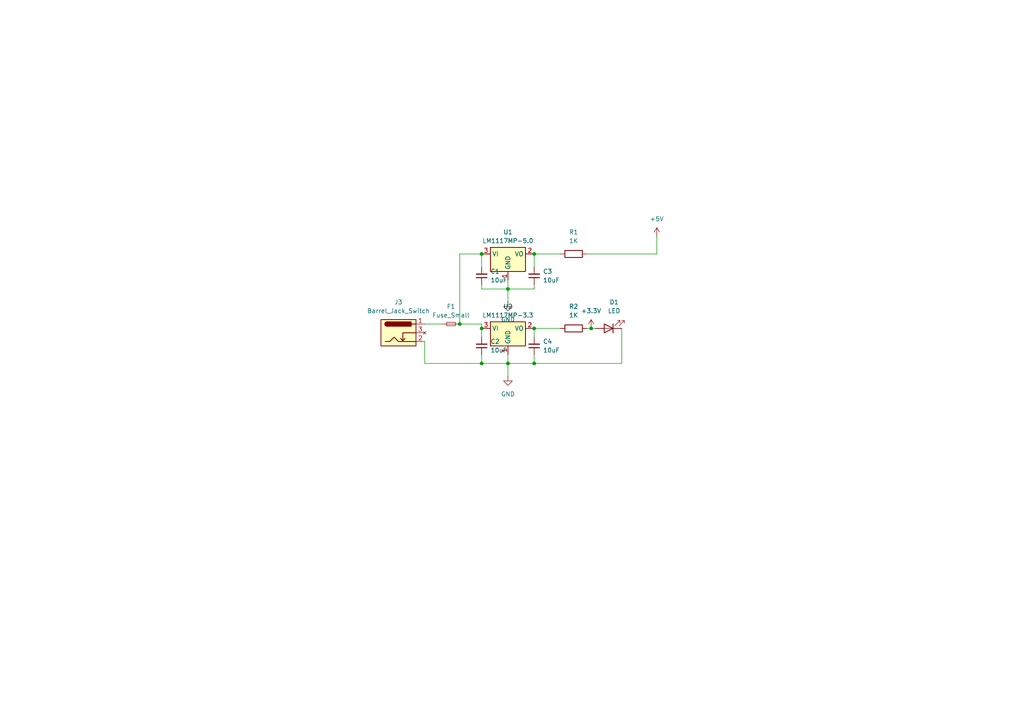
<source format=kicad_sch>
(kicad_sch (version 20231120) (generator "eeschema") (generator_version "8.0")
  (paper "A4")
  (lib_symbols
    (symbol "Connector:Barrel_Jack_Switch" (pin_names hide)
      (property "Reference" "J3" (at 0 8.89 0))
      (property "Value" "Barrel_Jack_Switch" (at 0 6.35 0))
      (symbol "Barrel_Jack_Switch_0_1"
        (rectangle (start -5.08 3.81) (end 5.08 -3.81) (stroke (width 0.254)) (fill (type background)))
        (arc (start -3.302 3.175) (mid -3.9343 2.54) (end -3.302 1.905) (stroke (width 0.254)))
        (arc (start -3.302 3.175) (mid -3.9343 2.54) (end -3.302 1.905) (stroke (width 0.254)) (fill (type outline)))
        (polyline (pts (xy 1.27 -2.286) (xy 1.905 -1.651)) (stroke (width 0.254)))
        (polyline (pts (xy 5.08 2.54) (xy 3.81 2.54)) (stroke (width 0.254)))
        (polyline (pts (xy 5.08 0) (xy 1.27 0) (xy 1.27 -2.286) (xy 0.635 -1.651)) (stroke (width 0.254)))
        (polyline (pts (xy -3.81 -2.54) (xy -2.54 -2.54) (xy -1.27 -1.27) (xy 0 -2.54) (xy 2.54 -2.54) (xy 5.08 -2.54)) (stroke (width 0.254)))
        (rectangle (start 3.683 3.175) (end -3.302 1.905) (stroke (width 0.254)) (fill (type outline)))
      )
      (symbol "Barrel_Jack_Switch_1_1"
        (pin passive line (at 7.62 2.54 180) (length 2.54) (name "~") (number "1"))
        (pin passive line (at 7.62 -2.54 180) (length 2.54) (name "~") (number "2"))
        (pin no_connect line (at 7.62 0 180) (length 2.54) (name "~") (number "3"))
      )
    )
    (symbol "Device:C_Small" (pin_numbers hide) (pin_names (offset 0.254) hide)
      (property "Reference" "C" (at 0.254 1.778 0))
      (property "Value" "C_Small" (at 0.254 -2.032 0))
      (symbol "C_Small_0_1"
        (polyline (pts (xy -1.524 -0.508) (xy 1.524 -0.508)) (stroke (width 0.3302)))
        (polyline (pts (xy -1.524 0.508) (xy 1.524 0.508)) (stroke (width 0.3048)))
      )
      (symbol "C_Small_1_1"
        (pin passive line (at 0 2.54 270) (length 2.032) (name "~") (number "1"))
        (pin passive line (at 0 -2.54 90) (length 2.032) (name "~") (number "2"))
      )
    )
    (symbol "Device:Fuse_Small" (pin_numbers hide) (pin_names (offset 0.254) hide)
      (property "Reference" "F" (at 0 -1.524 0))
      (property "Value" "Fuse_Small" (at 0 1.524 0))
      (symbol "Fuse_Small_0_1"
        (rectangle (start -1.27 0.508) (end 1.27 -0.508))
        (polyline (pts (xy -1.27 0) (xy 1.27 0)))
      )
      (symbol "Fuse_Small_1_1"
        (pin passive line (at -2.54 0 0) (length 1.27) (name "~") (number "1"))
        (pin passive line (at 2.54 0 180) (length 1.27) (name "~") (number "2"))
      )
    )
    (symbol "Device:LED" (pin_numbers hide) (pin_names (offset 1.016) hide)
      (property "Reference" "D" (at 0 2.54 0))
      (property "Value" "LED" (at 0 -2.54 0))
      (symbol "LED_0_1"
        (polyline (pts (xy -1.27 -1.27) (xy -1.27 1.27)) (stroke (width 0.254)))
        (polyline (pts (xy -1.27 0) (xy 1.27 0)))
        (polyline (pts (xy 1.27 -1.27) (xy 1.27 1.27) (xy -1.27 0) (xy 1.27 -1.27)) (stroke (width 0.254)))
        (polyline (pts (xy -3.048 -0.762) (xy -4.572 -2.286) (xy -3.81 -2.286) (xy -4.572 -2.286) (xy -4.572 -1.524)))
        (polyline (pts (xy -1.778 -0.762) (xy -3.302 -2.286) (xy -2.54 -2.286) (xy -3.302 -2.286) (xy -3.302 -1.524)))
      )
      (symbol "LED_1_1"
        (pin passive line (at -3.81 0 0) (length 2.54) (name "K") (number "1"))
        (pin passive line (at 3.81 0 180) (length 2.54) (name "A") (number "2"))
      )
    )
    (symbol "Device:R" (pin_numbers hide) (pin_names (offset 0))
      (property "Reference" "R" (at 2.032 0 90))
      (property "Value" "R" (at 0 0 90))
      (symbol "R_0_1"
        (rectangle (start -1.016 -2.54) (end 1.016 2.54) (stroke (width 0.254)))
      )
      (symbol "R_1_1"
        (pin passive line (at 0 3.81 270) (length 1.27) (name "~") (number "1"))
        (pin passive line (at 0 -3.81 90) (length 1.27) (name "~") (number "2"))
      )
    )
    (symbol "Regulator_Linear:LM1117MP-3.3"
      (property "Reference" "U" (at -3.81 3.175 0))
      (property "Value" "LM1117MP-3.3" (at 0 3.175 0))
      (symbol "LM1117MP-3.3_0_1"
        (rectangle (start -5.08 -5.08) (end 5.08 1.905) (stroke (width 0.254)) (fill (type background)))
      )
      (symbol "LM1117MP-3.3_1_1"
        (pin power_in line (at 0 -7.62 90) (length 2.54) (name "GND") (number "1"))
        (pin power_out line (at 7.62 0 180) (length 2.54) (name "VO") (number "2"))
        (pin power_in line (at -7.62 0 0) (length 2.54) (name "VI") (number "3"))
      )
    )
    (symbol "Regulator_Linear:LM1117MP-5.0"
      (property "Reference" "U" (at -3.81 3.175 0))
      (property "Value" "LM1117MP-5.0" (at 0 3.175 0))
      (symbol "LM1117MP-5.0_0_1"
        (rectangle (start -5.08 -5.08) (end 5.08 1.905) (stroke (width 0.254)) (fill (type background)))
      )
      (symbol "LM1117MP-5.0_1_1"
        (pin power_in line (at 0 -7.62 90) (length 2.54) (name "GND") (number "1"))
        (pin power_out line (at 7.62 0 180) (length 2.54) (name "VO") (number "2"))
        (pin power_in line (at -7.62 0 0) (length 2.54) (name "VI") (number "3"))
      )
    )
    (symbol "power:+3.3V" (power) (pin_numbers hide) (pin_names (offset 0) hide)
      (property "Value" "+3.3V" (at 0 3.556 0))
      (symbol "+3.3V_0_1"
        (polyline (pts (xy -0.762 1.27) (xy 0 2.54)))
        (polyline (pts (xy 0 0) (xy 0 2.54)))
        (polyline (pts (xy 0 2.54) (xy 0.762 1.27)))
      )
      (symbol "+3.3V_1_1"
        (pin power_in line (at 0 0 90) (length 0) (name "~") (number "1"))
      )
    )
    (symbol "power:+5V" (power) (pin_numbers hide) (pin_names (offset 0) hide)
      (property "Value" "+5V" (at 0 3.556 0))
      (symbol "+5V_0_1"
        (polyline (pts (xy -0.762 1.27) (xy 0 2.54)))
        (polyline (pts (xy 0 0) (xy 0 2.54)))
        (polyline (pts (xy 0 2.54) (xy 0.762 1.27)))
      )
      (symbol "+5V_1_1"
        (pin power_in line (at 0 0 90) (length 0) (name "~") (number "1"))
      )
    )
    (symbol "power:GND" (power) (pin_numbers hide) (pin_names (offset 0) hide)
      (property "Value" "GND" (at 0 -3.81 0))
      (symbol "GND_0_1"
        (polyline (pts (xy 0 0) (xy 0 -1.27) (xy 1.27 -1.27) (xy 0 -2.54) (xy -1.27 -1.27) (xy 0 -1.27)))
      )
      (symbol "GND_1_1"
        (pin power_in line (at 0 0 270) (length 0) (name "~") (number "1"))
      )
    )
  )
  (junction (at 171.45 95.25))
  (junction (at 133.35 93.98))
  (junction (at 147.32 105.41))
  (junction (at 154.94 73.66))
  (junction (at 139.7 105.41))
  (junction (at 154.94 105.41))
  (junction (at 139.7 73.66))
  (junction (at 147.32 83.82))
  (junction (at 139.7 95.25))
  (junction (at 154.94 95.25))
  (wire (pts (xy 147.32 105.41) (xy 147.32 109.22)))
  (wire (pts (xy 147.32 81.28) (xy 147.32 83.82)))
  (wire (pts (xy 139.7 105.41) (xy 147.32 105.41)))
  (wire (pts (xy 133.35 73.66) (xy 139.7 73.66)))
  (wire (pts (xy 139.7 82.55) (xy 139.7 83.82)))
  (wire (pts (xy 154.94 95.25) (xy 154.94 97.79)))
  (wire (pts (xy 190.5 68.58) (xy 190.5 73.66)))
  (wire (pts (xy 147.32 83.82) (xy 147.32 87.63)))
  (wire (pts (xy 139.7 95.25) (xy 139.7 97.79)))
  (wire (pts (xy 154.94 73.66) (xy 162.56 73.66)))
  (wire (pts (xy 172.72 95.25) (xy 171.45 95.25)))
  (wire (pts (xy 147.32 83.82) (xy 154.94 83.82)))
  (wire (pts (xy 123.19 93.98) (xy 128.27 93.98)))
  (wire (pts (xy 154.94 105.41) (xy 147.32 105.41)))
  (wire (pts (xy 154.94 73.66) (xy 154.94 77.47)))
  (wire (pts (xy 171.45 95.25) (xy 170.18 95.25)))
  (wire (pts (xy 133.35 93.98) (xy 139.7 93.98)))
  (wire (pts (xy 147.32 102.87) (xy 147.32 105.41)))
  (wire (pts (xy 154.94 82.55) (xy 154.94 83.82)))
  (wire (pts (xy 170.18 73.66) (xy 190.5 73.66)))
  (wire (pts (xy 180.34 95.25) (xy 180.34 105.41)))
  (wire (pts (xy 154.94 102.87) (xy 154.94 105.41)))
  (wire (pts (xy 123.19 99.06) (xy 123.19 105.41)))
  (wire (pts (xy 133.35 73.66) (xy 133.35 93.98)))
  (wire (pts (xy 139.7 102.87) (xy 139.7 105.41)))
  (wire (pts (xy 180.34 105.41) (xy 154.94 105.41)))
  (wire (pts (xy 154.94 95.25) (xy 162.56 95.25)))
  (wire (pts (xy 139.7 73.66) (xy 139.7 77.47)))
  (wire (pts (xy 139.7 83.82) (xy 147.32 83.82)))
  (wire (pts (xy 139.7 93.98) (xy 139.7 95.25)))
  (wire (pts (xy 123.19 105.41) (xy 139.7 105.41)))
  (symbol (lib_id "Device:R") (at 166.37 73.66 90) (unit 1)
    (property "Reference" "R1" (at 166.37 67.31 90))
    (property "Value" "1K" (at 166.37 69.85 90))
    (property "Footprint" "Resistor_SMD:R_0805_2012Metric" (effects (hide yes)))
    (property "Description" "Resistor" (effects (hide yes)))
  )
  (symbol (lib_id "Device:R") (at 166.37 95.25 90) (unit 1)
    (property "Reference" "R2" (at 166.37 88.9 90))
    (property "Value" "1K" (at 166.37 91.44 90))
    (property "Footprint" "Resistor_SMD:R_0805_2012Metric" (effects (hide yes)))
    (property "Description" "Resistor" (effects (hide yes)))
  )
  (symbol (lib_id "Device:C_Small") (at 139.7 80.01 180) (unit 1)
    (property "Reference" "C1" (at 142.24 78.7335 0) (effects (justify right)))
    (property "Value" "10uF" (at 142.24 81.2735 0) (effects (justify right)))
    (property "Footprint" "Capacitor_SMD:C_0805_2012Metric" (effects (hide yes)))
    (property "Description" "Unpolarized capacitor, small symbol" (effects (hide yes)))
  )
  (symbol (lib_id "Device:LED") (at 176.53 95.25 180) (unit 1)
    (property "Reference" "D1" (at 178.1175 87.63 0))
    (property "Value" "LED" (at 178.1175 90.17 0))
    (property "Footprint" "LED_SMD:LED_0805_2012Metric_Pad1.15x1.40mm_HandSolder" (effects (hide yes)))
    (property "Description" "Light emitting diode" (effects (hide yes)))
  )
  (symbol (lib_id "Connector:Barrel_Jack_Switch") (at 115.57 96.52 0) (unit 1)
    (property "Reference" "J3" (at 115.57 87.63 0))
    (property "Value" "Barrel_Jack_Switch" (at 115.57 90.17 0))
    (property "Footprint" "Connector_BarrelJack:BarrelJack_GCT_DCJ200-10-A_Horizontal" (effects (hide yes)))
    (property "Description" "DC Barrel Jack with an internal switch" (effects (hide yes)))
  )
  (symbol (lib_id "Device:C_Small") (at 139.7 100.33 180) (unit 1)
    (property "Reference" "C2" (at 142.24 99.0535 0) (effects (justify right)))
    (property "Value" "10uF" (at 142.24 101.5935 0) (effects (justify right)))
    (property "Footprint" "Capacitor_SMD:C_0805_2012Metric" (effects (hide yes)))
    (property "Description" "Unpolarized capacitor, small symbol" (effects (hide yes)))
  )
  (symbol (lib_id "Device:Fuse_Small") (at 130.81 93.98 0) (unit 1)
    (property "Reference" "F1" (at 130.81 88.9 0))
    (property "Value" "Fuse_Small" (at 130.81 91.44 0))
    (property "Footprint" "Fuse:Fuse_0805_2012Metric" (effects (hide yes)))
    (property "Description" "Fuse, small symbol" (effects (hide yes)))
  )
  (symbol (lib_id "Device:C_Small") (at 154.94 80.01 180) (unit 1)
    (property "Reference" "C3" (at 157.48 78.7335 0) (effects (justify right)))
    (property "Value" "10uF" (at 157.48 81.2735 0) (effects (justify right)))
    (property "Footprint" "Capacitor_SMD:C_0805_2012Metric" (effects (hide yes)))
    (property "Description" "Unpolarized capacitor, small symbol" (effects (hide yes)))
  )
  (symbol (lib_id "power:+5V") (at 190.5 68.58 0) (unit 1)
    (property "Reference" "#PWR019" (effects (hide yes)))
    (property "Value" "+5V" (at 190.5 63.5 0))
    (property "Description" "Power symbol creates a global label with name \"+5V\"" (effects (hide yes)))
  )
  (symbol (lib_id "Regulator_Linear:LM1117MP-5.0") (at 147.32 73.66 0) (unit 1)
    (property "Reference" "U1" (at 147.32 67.31 0))
    (property "Value" "LM1117MP-5.0" (at 147.32 69.85 0))
    (property "Footprint" "Package_TO_SOT_SMD:SOT-223-3_TabPin2" (effects (hide yes)))
    (property "Datasheet" "http://www.ti.com/lit/ds/symlink/lm1117.pdf" (effects (hide yes)))
    (property "Description" "800mA Low-Dropout Linear Regulator, 5.0V fixed output, SOT-223" (effects (hide yes)))
  )
  (symbol (lib_id "Device:C_Small") (at 154.94 100.33 180) (unit 1)
    (property "Reference" "C4" (at 157.48 99.0535 0) (effects (justify right)))
    (property "Value" "10uF" (at 157.48 101.5935 0) (effects (justify right)))
    (property "Footprint" "Capacitor_SMD:C_0805_2012Metric" (effects (hide yes)))
    (property "Description" "Unpolarized capacitor, small symbol" (effects (hide yes)))
  )
  (symbol (lib_id "power:GND") (at 147.32 87.63 0) (unit 1)
    (property "Reference" "#PWR01" (effects (hide yes)))
    (property "Value" "GND" (at 147.32 92.71 0))
    (property "Description" "Power symbol creates a global label with name \"GND\" , ground" (effects (hide yes)))
  )
  (symbol (lib_id "power:+3.3V") (at 171.45 95.25 0) (unit 1)
    (property "Reference" "#PWR020" (effects (hide yes)))
    (property "Value" "+3.3V" (at 171.45 90.17 0))
    (property "Description" "Power symbol creates a global label with name \"+3.3V\"" (effects (hide yes)))
  )
  (symbol (lib_id "Regulator_Linear:LM1117MP-3.3") (at 147.32 95.25 0) (unit 1)
    (property "Reference" "U2" (at 147.32 88.9 0))
    (property "Value" "LM1117MP-3.3" (at 147.32 91.44 0))
    (property "Footprint" "Package_TO_SOT_SMD:SOT-223-3_TabPin2" (effects (hide yes)))
    (property "Datasheet" "http://www.ti.com/lit/ds/symlink/lm1117.pdf" (effects (hide yes)))
    (property "Description" "800mA Low-Dropout Linear Regulator, 3.3V fixed output, SOT-223" (effects (hide yes)))
  )
  (symbol (lib_id "power:GND") (at 147.32 109.22 0) (unit 1)
    (property "Reference" "#PWR02" (effects (hide yes)))
    (property "Value" "GND" (at 147.32 114.3 0))
    (property "Description" "Power symbol creates a global label with name \"GND\" , ground" (effects (hide yes)))
  )
)
</source>
